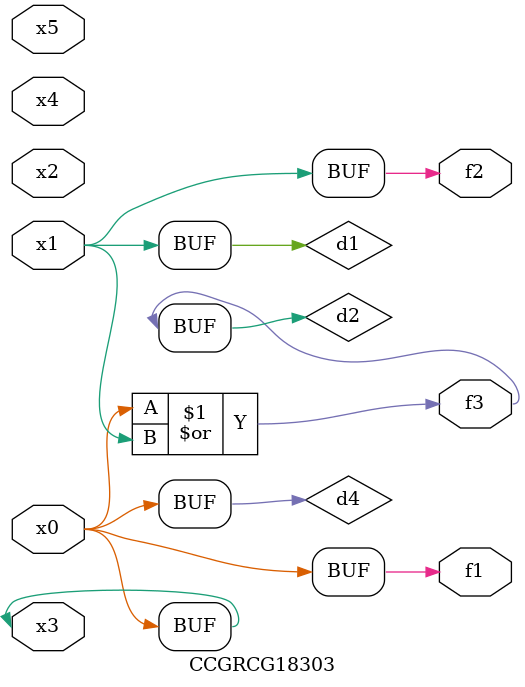
<source format=v>
module CCGRCG18303(
	input x0, x1, x2, x3, x4, x5,
	output f1, f2, f3
);

	wire d1, d2, d3, d4;

	and (d1, x1);
	or (d2, x0, x1);
	nand (d3, x0, x5);
	buf (d4, x0, x3);
	assign f1 = d4;
	assign f2 = d1;
	assign f3 = d2;
endmodule

</source>
